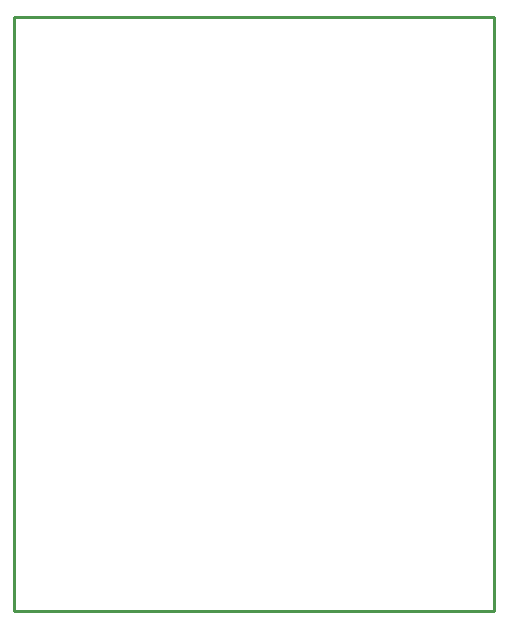
<source format=gbr>
%TF.GenerationSoftware,KiCad,Pcbnew,7.0.6*%
%TF.CreationDate,2023-08-02T20:25:15-07:00*%
%TF.ProjectId,A0004-SWD-Adapter,41303030-342d-4535-9744-2d4164617074,rev?*%
%TF.SameCoordinates,Original*%
%TF.FileFunction,Profile,NP*%
%FSLAX46Y46*%
G04 Gerber Fmt 4.6, Leading zero omitted, Abs format (unit mm)*
G04 Created by KiCad (PCBNEW 7.0.6) date 2023-08-02 20:25:15*
%MOMM*%
%LPD*%
G01*
G04 APERTURE LIST*
%TA.AperFunction,Profile*%
%ADD10C,0.254000*%
%TD*%
G04 APERTURE END LIST*
D10*
X114300000Y-75692000D02*
X154940000Y-75692000D01*
X154940000Y-125984000D01*
X114300000Y-125984000D01*
X114300000Y-75692000D01*
M02*

</source>
